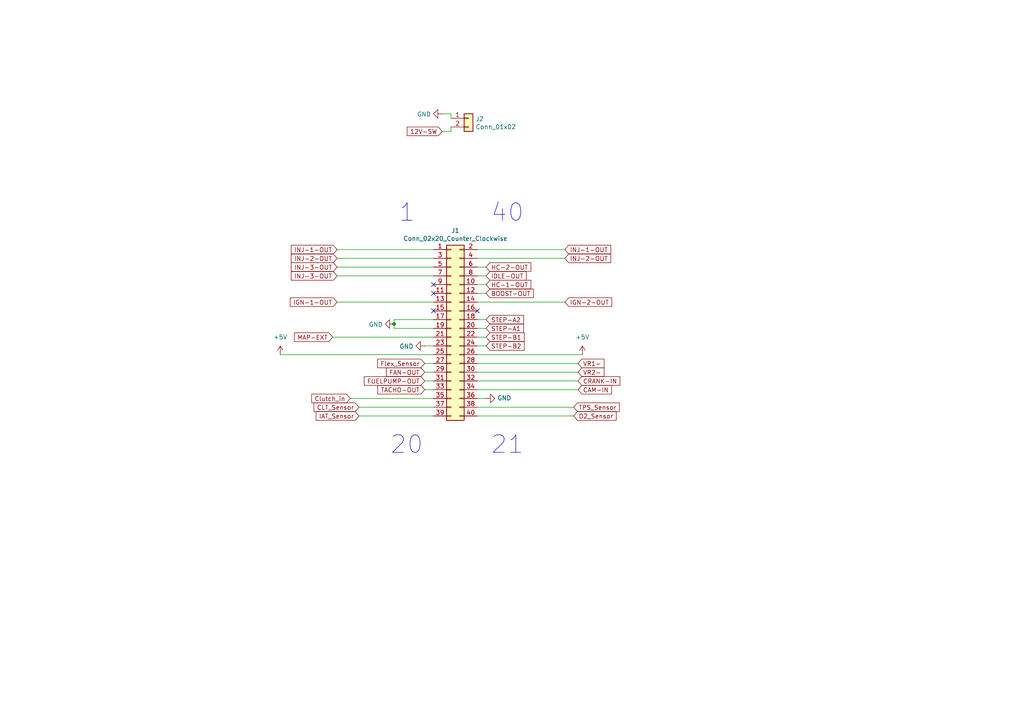
<source format=kicad_sch>
(kicad_sch (version 20231120) (generator "eeschema") (generator_version "8.0")
  (paper "A4")
  (lib_symbols
    (symbol "Connector_Generic:Conn_01x02" (pin_names (offset 1.016) hide)
      (property "Reference" "J" (at 0 2.54 0))
      (property "Value" "Conn_01x02" (at 0 -5.08 0))
      (symbol "Conn_01x02_1_1"
        (rectangle (start -1.27 -2.413) (end 0 -2.667) (stroke (width 0.1524)))
        (rectangle (start -1.27 0.127) (end 0 -0.127) (stroke (width 0.1524)))
        (rectangle (start -1.27 1.27) (end 1.27 -3.81) (stroke (width 0.254)) (fill (type background)))
        (pin passive line (at -5.08 0 0) (length 3.81) (name "Pin_1") (number "1"))
        (pin passive line (at -5.08 -2.54 0) (length 3.81) (name "Pin_2") (number "2"))
      )
    )
    (symbol "Connector_Generic:Conn_02x20_Odd_Even" (pin_names (offset 1.016) hide)
      (property "Reference" "J" (at 1.27 25.4 0))
      (property "Value" "Conn_02x20_Odd_Even" (at 1.27 -27.94 0))
      (symbol "Conn_02x20_Odd_Even_1_1"
        (rectangle (start -1.27 -25.273) (end 0 -25.527) (stroke (width 0.1524)))
        (rectangle (start -1.27 -22.733) (end 0 -22.987) (stroke (width 0.1524)))
        (rectangle (start -1.27 -20.193) (end 0 -20.447) (stroke (width 0.1524)))
        (rectangle (start -1.27 -17.653) (end 0 -17.907) (stroke (width 0.1524)))
        (rectangle (start -1.27 -15.113) (end 0 -15.367) (stroke (width 0.1524)))
        (rectangle (start -1.27 -12.573) (end 0 -12.827) (stroke (width 0.1524)))
        (rectangle (start -1.27 -10.033) (end 0 -10.287) (stroke (width 0.1524)))
        (rectangle (start -1.27 -7.493) (end 0 -7.747) (stroke (width 0.1524)))
        (rectangle (start -1.27 -4.953) (end 0 -5.207) (stroke (width 0.1524)))
        (rectangle (start -1.27 -2.413) (end 0 -2.667) (stroke (width 0.1524)))
        (rectangle (start -1.27 0.127) (end 0 -0.127) (stroke (width 0.1524)))
        (rectangle (start -1.27 2.667) (end 0 2.413) (stroke (width 0.1524)))
        (rectangle (start -1.27 5.207) (end 0 4.953) (stroke (width 0.1524)))
        (rectangle (start -1.27 7.747) (end 0 7.493) (stroke (width 0.1524)))
        (rectangle (start -1.27 10.287) (end 0 10.033) (stroke (width 0.1524)))
        (rectangle (start -1.27 12.827) (end 0 12.573) (stroke (width 0.1524)))
        (rectangle (start -1.27 15.367) (end 0 15.113) (stroke (width 0.1524)))
        (rectangle (start -1.27 17.907) (end 0 17.653) (stroke (width 0.1524)))
        (rectangle (start -1.27 20.447) (end 0 20.193) (stroke (width 0.1524)))
        (rectangle (start -1.27 22.987) (end 0 22.733) (stroke (width 0.1524)))
        (rectangle (start -1.27 24.13) (end 3.81 -26.67) (stroke (width 0.254)) (fill (type background)))
        (rectangle (start 3.81 -25.273) (end 2.54 -25.527) (stroke (width 0.1524)))
        (rectangle (start 3.81 -22.733) (end 2.54 -22.987) (stroke (width 0.1524)))
        (rectangle (start 3.81 -20.193) (end 2.54 -20.447) (stroke (width 0.1524)))
        (rectangle (start 3.81 -17.653) (end 2.54 -17.907) (stroke (width 0.1524)))
        (rectangle (start 3.81 -15.113) (end 2.54 -15.367) (stroke (width 0.1524)))
        (rectangle (start 3.81 -12.573) (end 2.54 -12.827) (stroke (width 0.1524)))
        (rectangle (start 3.81 -10.033) (end 2.54 -10.287) (stroke (width 0.1524)))
        (rectangle (start 3.81 -7.493) (end 2.54 -7.747) (stroke (width 0.1524)))
        (rectangle (start 3.81 -4.953) (end 2.54 -5.207) (stroke (width 0.1524)))
        (rectangle (start 3.81 -2.413) (end 2.54 -2.667) (stroke (width 0.1524)))
        (rectangle (start 3.81 0.127) (end 2.54 -0.127) (stroke (width 0.1524)))
        (rectangle (start 3.81 2.667) (end 2.54 2.413) (stroke (width 0.1524)))
        (rectangle (start 3.81 5.207) (end 2.54 4.953) (stroke (width 0.1524)))
        (rectangle (start 3.81 7.747) (end 2.54 7.493) (stroke (width 0.1524)))
        (rectangle (start 3.81 10.287) (end 2.54 10.033) (stroke (width 0.1524)))
        (rectangle (start 3.81 12.827) (end 2.54 12.573) (stroke (width 0.1524)))
        (rectangle (start 3.81 15.367) (end 2.54 15.113) (stroke (width 0.1524)))
        (rectangle (start 3.81 17.907) (end 2.54 17.653) (stroke (width 0.1524)))
        (rectangle (start 3.81 20.447) (end 2.54 20.193) (stroke (width 0.1524)))
        (rectangle (start 3.81 22.987) (end 2.54 22.733) (stroke (width 0.1524)))
        (pin passive line (at -5.08 22.86 0) (length 3.81) (name "Pin_1") (number "1"))
        (pin passive line (at 7.62 12.7 180) (length 3.81) (name "Pin_10") (number "10"))
        (pin passive line (at -5.08 10.16 0) (length 3.81) (name "Pin_11") (number "11"))
        (pin passive line (at 7.62 10.16 180) (length 3.81) (name "Pin_12") (number "12"))
        (pin passive line (at -5.08 7.62 0) (length 3.81) (name "Pin_13") (number "13"))
        (pin passive line (at 7.62 7.62 180) (length 3.81) (name "Pin_14") (number "14"))
        (pin passive line (at -5.08 5.08 0) (length 3.81) (name "Pin_15") (number "15"))
        (pin passive line (at 7.62 5.08 180) (length 3.81) (name "Pin_16") (number "16"))
        (pin passive line (at -5.08 2.54 0) (length 3.81) (name "Pin_17") (number "17"))
        (pin passive line (at 7.62 2.54 180) (length 3.81) (name "Pin_18") (number "18"))
        (pin passive line (at -5.08 0 0) (length 3.81) (name "Pin_19") (number "19"))
        (pin passive line (at 7.62 22.86 180) (length 3.81) (name "Pin_2") (number "2"))
        (pin passive line (at 7.62 0 180) (length 3.81) (name "Pin_20") (number "20"))
        (pin passive line (at -5.08 -2.54 0) (length 3.81) (name "Pin_21") (number "21"))
        (pin passive line (at 7.62 -2.54 180) (length 3.81) (name "Pin_22") (number "22"))
        (pin passive line (at -5.08 -5.08 0) (length 3.81) (name "Pin_23") (number "23"))
        (pin passive line (at 7.62 -5.08 180) (length 3.81) (name "Pin_24") (number "24"))
        (pin passive line (at -5.08 -7.62 0) (length 3.81) (name "Pin_25") (number "25"))
        (pin passive line (at 7.62 -7.62 180) (length 3.81) (name "Pin_26") (number "26"))
        (pin passive line (at -5.08 -10.16 0) (length 3.81) (name "Pin_27") (number "27"))
        (pin passive line (at 7.62 -10.16 180) (length 3.81) (name "Pin_28") (number "28"))
        (pin passive line (at -5.08 -12.7 0) (length 3.81) (name "Pin_29") (number "29"))
        (pin passive line (at -5.08 20.32 0) (length 3.81) (name "Pin_3") (number "3"))
        (pin passive line (at 7.62 -12.7 180) (length 3.81) (name "Pin_30") (number "30"))
        (pin passive line (at -5.08 -15.24 0) (length 3.81) (name "Pin_31") (number "31"))
        (pin passive line (at 7.62 -15.24 180) (length 3.81) (name "Pin_32") (number "32"))
        (pin passive line (at -5.08 -17.78 0) (length 3.81) (name "Pin_33") (number "33"))
        (pin passive line (at 7.62 -17.78 180) (length 3.81) (name "Pin_34") (number "34"))
        (pin passive line (at -5.08 -20.32 0) (length 3.81) (name "Pin_35") (number "35"))
        (pin passive line (at 7.62 -20.32 180) (length 3.81) (name "Pin_36") (number "36"))
        (pin passive line (at -5.08 -22.86 0) (length 3.81) (name "Pin_37") (number "37"))
        (pin passive line (at 7.62 -22.86 180) (length 3.81) (name "Pin_38") (number "38"))
        (pin passive line (at -5.08 -25.4 0) (length 3.81) (name "Pin_39") (number "39"))
        (pin passive line (at 7.62 20.32 180) (length 3.81) (name "Pin_4") (number "4"))
        (pin passive line (at 7.62 -25.4 180) (length 3.81) (name "Pin_40") (number "40"))
        (pin passive line (at -5.08 17.78 0) (length 3.81) (name "Pin_5") (number "5"))
        (pin passive line (at 7.62 17.78 180) (length 3.81) (name "Pin_6") (number "6"))
        (pin passive line (at -5.08 15.24 0) (length 3.81) (name "Pin_7") (number "7"))
        (pin passive line (at 7.62 15.24 180) (length 3.81) (name "Pin_8") (number "8"))
        (pin passive line (at -5.08 12.7 0) (length 3.81) (name "Pin_9") (number "9"))
      )
    )
    (symbol "power:+5V" (power) (pin_numbers hide) (pin_names (offset 0) hide)
      (property "Value" "+5V" (at 0 3.556 0))
      (symbol "+5V_0_1"
        (polyline (pts (xy -0.762 1.27) (xy 0 2.54)))
        (polyline (pts (xy 0 0) (xy 0 2.54)))
        (polyline (pts (xy 0 2.54) (xy 0.762 1.27)))
      )
      (symbol "+5V_1_1"
        (pin power_in line (at 0 0 90) (length 0) (name "~") (number "1"))
      )
    )
    (symbol "power:GND" (power) (pin_numbers hide) (pin_names (offset 0) hide)
      (property "Value" "GND" (at 0 -3.81 0))
      (symbol "GND_0_1"
        (polyline (pts (xy 0 0) (xy 0 -1.27) (xy 1.27 -1.27) (xy 0 -2.54) (xy -1.27 -1.27) (xy 0 -1.27)))
      )
      (symbol "GND_1_1"
        (pin power_in line (at 0 0 270) (length 0) (name "~") (number "1"))
      )
    )
  )
  (junction (at 114.3 93.98))
  (no_connect (at 125.73 82.55))
  (no_connect (at 125.73 85.09))
  (no_connect (at 138.43 90.17))
  (no_connect (at 125.73 90.17))
  (wire (pts (xy 123.19 110.49) (xy 125.73 110.49)))
  (wire (pts (xy 140.97 82.55) (xy 138.43 82.55)))
  (wire (pts (xy 97.79 77.47) (xy 125.73 77.47)))
  (wire (pts (xy 97.79 72.39) (xy 125.73 72.39)))
  (wire (pts (xy 138.43 120.65) (xy 166.37 120.65)))
  (wire (pts (xy 114.3 95.25) (xy 114.3 93.98)))
  (wire (pts (xy 128.27 33.02) (xy 130.81 33.02)))
  (wire (pts (xy 97.79 74.93) (xy 125.73 74.93)))
  (wire (pts (xy 140.97 97.79) (xy 138.43 97.79)))
  (wire (pts (xy 138.43 105.41) (xy 167.64 105.41)))
  (wire (pts (xy 138.43 115.57) (xy 140.97 115.57)))
  (wire (pts (xy 123.19 113.03) (xy 125.73 113.03)))
  (wire (pts (xy 125.73 92.71) (xy 114.3 92.71)))
  (wire (pts (xy 163.83 87.63) (xy 138.43 87.63)))
  (wire (pts (xy 138.43 77.47) (xy 140.97 77.47)))
  (wire (pts (xy 104.14 120.65) (xy 125.73 120.65)))
  (wire (pts (xy 114.3 92.71) (xy 114.3 93.98)))
  (wire (pts (xy 138.43 74.93) (xy 163.83 74.93)))
  (wire (pts (xy 123.19 100.33) (xy 125.73 100.33)))
  (wire (pts (xy 168.91 102.87) (xy 138.43 102.87)))
  (wire (pts (xy 125.73 95.25) (xy 114.3 95.25)))
  (wire (pts (xy 123.19 107.95) (xy 125.73 107.95)))
  (wire (pts (xy 140.97 85.09) (xy 138.43 85.09)))
  (wire (pts (xy 101.6 115.57) (xy 125.73 115.57)))
  (wire (pts (xy 123.19 105.41) (xy 125.73 105.41)))
  (wire (pts (xy 130.81 33.02) (xy 130.81 34.29)))
  (wire (pts (xy 138.43 80.01) (xy 140.97 80.01)))
  (wire (pts (xy 140.97 92.71) (xy 138.43 92.71)))
  (wire (pts (xy 81.28 102.87) (xy 125.73 102.87)))
  (wire (pts (xy 128.27 38.1) (xy 130.81 38.1)))
  (wire (pts (xy 138.43 72.39) (xy 163.83 72.39)))
  (wire (pts (xy 130.81 38.1) (xy 130.81 36.83)))
  (wire (pts (xy 97.79 87.63) (xy 125.73 87.63)))
  (wire (pts (xy 96.52 97.79) (xy 125.73 97.79)))
  (wire (pts (xy 125.73 118.11) (xy 104.14 118.11)))
  (wire (pts (xy 138.43 100.33) (xy 140.97 100.33)))
  (wire (pts (xy 138.43 95.25) (xy 140.97 95.25)))
  (wire (pts (xy 97.79 80.01) (xy 125.73 80.01)))
  (wire (pts (xy 138.43 110.49) (xy 167.64 110.49)))
  (wire (pts (xy 167.64 113.03) (xy 138.43 113.03)))
  (wire (pts (xy 166.37 118.11) (xy 138.43 118.11)))
  (wire (pts (xy 167.64 107.95) (xy 138.43 107.95)))
  (text "20" (at 113.03 132.08 0) (effects (font (size 5.08 5.08)) (justify left bottom)))
  (text "21" (at 142.24 132.08 0) (effects (font (size 5.08 5.08)) (justify left bottom)))
  (text "40" (at 142.24 64.77 0) (effects (font (size 5.08 5.08)) (justify left bottom)))
  (text "1" (at 115.57 64.77 0) (effects (font (size 5.08 5.08)) (justify left bottom)))
  (global_label "IDLE-OUT" (shape input) (at 140.97 80.01 0) (property "Intersheetrefs" "${INTERSHEET_REFS}" (effects (hide yes))))
  (global_label "TPS_Sensor" (shape input) (at 166.37 118.11 0) (property "Intersheetrefs" "${INTERSHEET_REFS}" (effects (hide yes))))
  (global_label "STEP-B2" (shape input) (at 140.97 100.33 0) (property "Intersheetrefs" "${INTERSHEET_REFS}" (effects (hide yes))))
  (global_label "INJ-1-OUT" (shape input) (at 163.83 72.39 0) (property "Intersheetrefs" "${INTERSHEET_REFS}" (effects (hide yes))))
  (global_label "VR2-" (shape input) (at 167.64 107.95 0) (property "Intersheetrefs" "${INTERSHEET_REFS}" (effects (hide yes))))
  (global_label "BOOST-OUT" (shape input) (at 140.97 85.09 0) (property "Intersheetrefs" "${INTERSHEET_REFS}" (effects (hide yes))))
  (global_label "STEP-A1" (shape input) (at 140.97 95.25 0) (property "Intersheetrefs" "${INTERSHEET_REFS}" (effects (hide yes))))
  (global_label "CLT_Sensor" (shape input) (at 104.14 118.11 180) (property "Intersheetrefs" "${INTERSHEET_REFS}" (effects (hide yes))))
  (global_label "IGN-1-OUT" (shape input) (at 97.79 87.63 180) (property "Intersheetrefs" "${INTERSHEET_REFS}" (effects (hide yes))))
  (global_label "IGN-2-OUT" (shape input) (at 163.83 87.63 0) (property "Intersheetrefs" "${INTERSHEET_REFS}" (effects (hide yes))))
  (global_label "FUELPUMP-OUT" (shape input) (at 123.19 110.49 180) (property "Intersheetrefs" "${INTERSHEET_REFS}" (effects (hide yes))))
  (global_label "TACHO-OUT" (shape input) (at 123.19 113.03 180) (property "Intersheetrefs" "${INTERSHEET_REFS}" (effects (hide yes))))
  (global_label "CAM-IN" (shape input) (at 167.64 113.03 0) (property "Intersheetrefs" "${INTERSHEET_REFS}" (effects (hide yes))))
  (global_label "IAT_Sensor" (shape input) (at 104.14 120.65 180) (property "Intersheetrefs" "${INTERSHEET_REFS}" (effects (hide yes))))
  (global_label "O2_Sensor" (shape input) (at 166.37 120.65 0) (property "Intersheetrefs" "${INTERSHEET_REFS}" (effects (hide yes))))
  (global_label "CRANK-IN" (shape input) (at 167.64 110.49 0) (property "Intersheetrefs" "${INTERSHEET_REFS}" (effects (hide yes))))
  (global_label "INJ-2-OUT" (shape input) (at 163.83 74.93 0) (property "Intersheetrefs" "${INTERSHEET_REFS}" (effects (hide yes))))
  (global_label "HC-1-OUT" (shape input) (at 140.97 82.55 0) (property "Intersheetrefs" "${INTERSHEET_REFS}" (effects (hide yes))))
  (global_label "MAP-EXT" (shape input) (at 96.52 97.79 180) (property "Intersheetrefs" "${INTERSHEET_REFS}" (effects (hide yes))))
  (global_label "VR1-" (shape input) (at 167.64 105.41 0) (property "Intersheetrefs" "${INTERSHEET_REFS}" (effects (hide yes))))
  (global_label "FAN-OUT" (shape input) (at 123.19 107.95 180) (property "Intersheetrefs" "${INTERSHEET_REFS}" (effects (hide yes))))
  (global_label "Clutch_in" (shape input) (at 101.6 115.57 180) (property "Intersheetrefs" "${INTERSHEET_REFS}" (effects (hide yes))))
  (global_label "INJ-3-OUT" (shape input) (at 97.79 77.47 180) (property "Intersheetrefs" "${INTERSHEET_REFS}" (effects (hide yes))))
  (global_label "INJ-2-OUT" (shape input) (at 97.79 74.93 180) (property "Intersheetrefs" "${INTERSHEET_REFS}" (effects (hide yes))))
  (global_label "INJ-3-OUT" (shape input) (at 97.79 80.01 180) (property "Intersheetrefs" "${INTERSHEET_REFS}" (effects (hide yes))))
  (global_label "STEP-B1" (shape input) (at 140.97 97.79 0) (property "Intersheetrefs" "${INTERSHEET_REFS}" (effects (hide yes))))
  (global_label "STEP-A2" (shape input) (at 140.97 92.71 0) (property "Intersheetrefs" "${INTERSHEET_REFS}" (effects (hide yes))))
  (global_label "Flex_Sensor" (shape input) (at 123.19 105.41 180) (property "Intersheetrefs" "${INTERSHEET_REFS}" (effects (hide yes))))
  (global_label "HC-2-OUT" (shape input) (at 140.97 77.47 0) (property "Intersheetrefs" "${INTERSHEET_REFS}" (effects (hide yes))))
  (global_label "12V-SW" (shape input) (at 128.27 38.1 180) (property "Intersheetrefs" "${INTERSHEET_REFS}" (effects (hide yes))))
  (global_label "INJ-1-OUT" (shape input) (at 97.79 72.39 180) (property "Intersheetrefs" "${INTERSHEET_REFS}" (effects (hide yes))))
  (symbol (lib_id "power:GND") (at 128.27 33.02 270) (unit 1)
    (property "Reference" "#PWR017" (effects (hide yes)))
    (property "Value" "GND" (at 125.0188 33.147 90) (effects (justify right)))
    (property "Description" "Power symbol creates a global label with name \"GND\" , ground" (effects (hide yes)))
  )
  (symbol (lib_id "power:GND") (at 123.19 100.33 270) (unit 1)
    (property "Reference" "#PWR014" (effects (hide yes)))
    (property "Value" "GND" (at 119.9388 100.457 90) (effects (justify right)))
    (property "Description" "Power symbol creates a global label with name \"GND\" , ground" (effects (hide yes)))
  )
  (symbol (lib_id "power:+5V") (at 168.91 102.87 0) (unit 1)
    (property "Reference" "#PWR015" (effects (hide yes)))
    (property "Value" "+5V" (at 168.91 97.79 0))
    (property "Description" "Power symbol creates a global label with name \"+5V\"" (effects (hide yes)))
  )
  (symbol (lib_id "Connector_Generic:Conn_02x20_Odd_Even") (at 130.81 95.25 0) (unit 1)
    (property "Reference" "J1" (at 132.08 66.8782 0))
    (property "Value" "Conn_02x20_Counter_Clockwise" (at 132.08 69.1896 0))
    (property "Footprint" "Connector_IDC:IDC-Header_2x20_P2.54mm_Vertical" (effects (hide yes)))
    (property "Description" "Generic connector, double row, 02x20, odd/even pin numbering scheme (row 1 odd numbers, row 2 even numbers), script generated (kicad-library-utils/schlib/autogen/connector/)" (effects (hide yes)))
  )
  (symbol (lib_id "Connector_Generic:Conn_01x02") (at 135.89 34.29 0) (unit 1)
    (property "Reference" "J2" (at 137.922 34.4932 0) (effects (justify left)))
    (property "Value" "Conn_01x02" (at 137.922 36.8046 0) (effects (justify left)))
    (property "Footprint" "TerminalBlock_Phoenix:TerminalBlock_Phoenix_PT-1,5-2-5.0-H_1x02_P5.00mm_Horizontal" (effects (hide yes)))
    (property "Description" "Generic connector, single row, 01x02, script generated (kicad-library-utils/schlib/autogen/connector/)" (effects (hide yes)))
  )
  (symbol (lib_id "power:+5V") (at 81.28 102.87 0) (unit 1)
    (property "Reference" "#PWR013" (effects (hide yes)))
    (property "Value" "+5V" (at 81.28 97.79 0))
    (property "Description" "Power symbol creates a global label with name \"+5V\"" (effects (hide yes)))
  )
  (symbol (lib_id "power:GND") (at 114.3 93.98 270) (unit 1)
    (property "Reference" "#PWR012" (effects (hide yes)))
    (property "Value" "GND" (at 111.0488 94.107 90) (effects (justify right)))
    (property "Description" "Power symbol creates a global label with name \"GND\" , ground" (effects (hide yes)))
  )
  (symbol (lib_id "power:GND") (at 140.97 115.57 90) (unit 1)
    (property "Reference" "#PWR016" (effects (hide yes)))
    (property "Value" "GND" (at 144.2212 115.443 90) (effects (justify right)))
    (property "Description" "Power symbol creates a global label with name \"GND\" , ground" (effects (hide yes)))
  )
)
</source>
